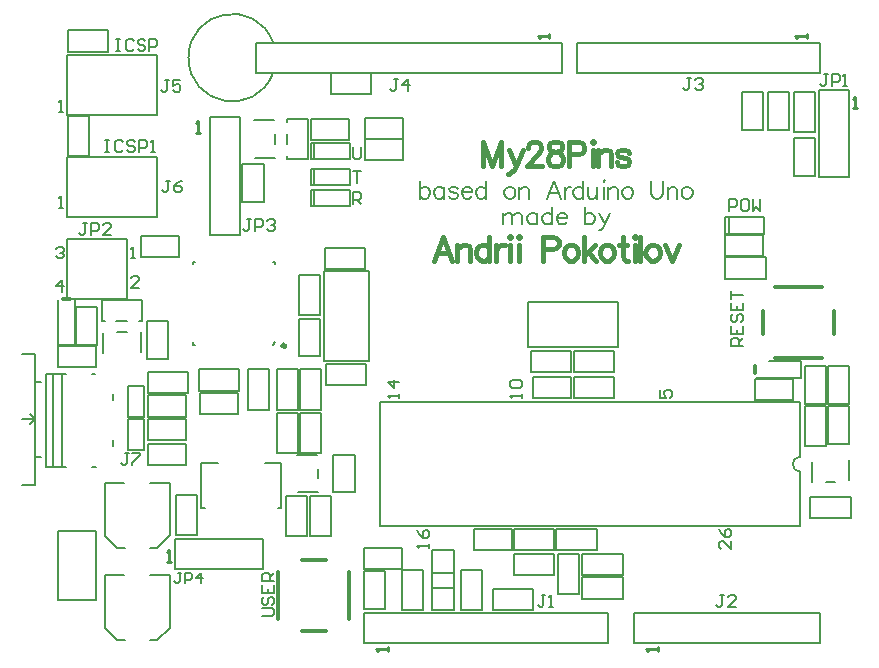
<source format=gto>
G04*
G04 #@! TF.GenerationSoftware,Altium Limited,Altium Designer,20.0.2 (26)*
G04*
G04 Layer_Color=65535*
%FSLAX44Y44*%
%MOMM*%
G71*
G01*
G75*
%ADD10C,0.2000*%
%ADD11C,0.4000*%
%ADD12C,0.3000*%
%ADD13C,0.2540*%
D10*
X633350Y170182D02*
G03*
X633350Y157482I0J-6350D01*
G01*
X187152Y520700D02*
G03*
X187005Y494904I-34752J-12700D01*
G01*
X199250Y422000D02*
Y424750D01*
Y434500D02*
Y443500D01*
Y453500D02*
Y456000D01*
X200000D01*
X73250Y285000D02*
X76000D01*
X54250D02*
X63500D01*
X42000D02*
X44750D01*
X76000D02*
Y303000D01*
X44500Y147750D02*
X61000D01*
X44500Y103000D02*
Y147500D01*
X99500Y103500D02*
Y147500D01*
X83000Y147750D02*
X99500D01*
X44500Y103000D02*
X54750Y92750D01*
X61250D01*
X88750D02*
X99500Y103500D01*
X88500Y92750D02*
X88750D01*
X82750D02*
X88500D01*
X82750Y14750D02*
X88500D01*
X88750D01*
X99500Y25500D01*
X54750Y14750D02*
X61250D01*
X44500Y25000D02*
X54750Y14750D01*
X83000Y69750D02*
X99500D01*
Y25500D02*
Y69500D01*
X44500Y25000D02*
Y69500D01*
Y69750D02*
X61000D01*
X104200Y75300D02*
Y100700D01*
X178200D01*
Y75300D02*
Y100700D01*
X104200Y75300D02*
X178200D01*
X-14430Y146000D02*
Y257000D01*
X-25430D02*
X-14430D01*
X-18430Y198000D02*
X-14430Y202000D01*
X-18430Y206000D02*
X-14430Y202000D01*
X-25430D02*
X-14430D01*
Y170000D02*
X-9430D01*
X-14430Y233000D02*
X-9430D01*
X-25430Y146000D02*
X-14430D01*
X8070Y161750D02*
Y240500D01*
X570Y162000D02*
Y240000D01*
X51750Y179000D02*
Y184000D01*
X51570Y218000D02*
Y223000D01*
X-5430Y161500D02*
X11570D01*
X-5430D02*
Y240500D01*
X11320D01*
X34070Y161750D02*
X36820D01*
X33820Y240500D02*
X36570D01*
X12700Y510540D02*
X88800D01*
Y459740D02*
Y510540D01*
X12700Y459740D02*
X88800D01*
X12700D02*
Y510540D01*
Y424180D02*
X88800D01*
Y373380D02*
Y424180D01*
X12700Y373380D02*
X88800D01*
X12700D02*
Y424180D01*
Y303900D02*
X63500D01*
X12700D02*
Y354700D01*
X63500D01*
Y303900D02*
Y354700D01*
X133300Y358000D02*
Y458000D01*
Y358000D02*
X158700D01*
Y458000D01*
X133300D02*
X158700D01*
X431800Y495300D02*
Y520700D01*
X172720Y495300D02*
X431800D01*
X172720D02*
Y520700D01*
X431800D01*
X649300Y481000D02*
X674700D01*
Y407000D02*
Y481000D01*
X649300Y407000D02*
X674700D01*
X649300D02*
Y481000D01*
X444000Y520700D02*
X650240D01*
X444000Y495300D02*
Y520700D01*
Y495300D02*
X650240D01*
Y520700D01*
X492760Y12700D02*
Y38100D01*
X650000D01*
Y12700D02*
Y38100D01*
X492760Y12700D02*
X650000D01*
X264160D02*
X470400D01*
Y38100D01*
X264160D02*
X470400D01*
X264160Y12700D02*
Y38100D01*
X633350Y170182D02*
Y216832D01*
Y111832D02*
Y157482D01*
X277550Y111832D02*
X633350D01*
X277550D02*
Y216832D01*
X633350D01*
X78000Y176000D02*
Y202000D01*
X64000D02*
X78000D01*
X64000Y176000D02*
Y202000D01*
Y176000D02*
X78000D01*
X64000Y204000D02*
Y230000D01*
Y204000D02*
X78000D01*
Y230000D01*
X64000D02*
X78000D01*
X322000Y40000D02*
Y72000D01*
Y40000D02*
X340000D01*
Y72000D01*
X322000D02*
X340000D01*
X322000Y59000D02*
Y91000D01*
Y59000D02*
X340000D01*
Y91000D01*
X322000D02*
X340000D01*
X125000Y206000D02*
X157000D01*
Y224000D01*
X125000D02*
X157000D01*
X125000Y206000D02*
Y224000D01*
X264000Y93000D02*
X296000D01*
X264000Y75000D02*
Y93000D01*
Y75000D02*
X296000D01*
Y93000D01*
X637000Y215000D02*
Y247000D01*
Y215000D02*
X655000D01*
Y247000D01*
X637000D02*
X655000D01*
X5000Y246000D02*
X37000D01*
Y264000D01*
X5000D02*
X37000D01*
X5000Y246000D02*
Y264000D01*
X256000Y140000D02*
Y172000D01*
X238000D02*
X256000D01*
X238000Y140000D02*
Y172000D01*
Y140000D02*
X256000D01*
X264000Y41000D02*
Y73000D01*
Y41000D02*
X282000D01*
Y73000D01*
X264000D02*
X282000D01*
X657000Y215000D02*
Y247000D01*
Y215000D02*
X675000D01*
Y247000D01*
X657000D02*
X675000D01*
X38000Y265000D02*
Y297000D01*
X20000D02*
X38000D01*
X20000Y265000D02*
Y297000D01*
Y265000D02*
X38000D01*
X675000Y181000D02*
Y213000D01*
X657000D02*
X675000D01*
X657000Y181000D02*
Y213000D01*
Y181000D02*
X675000D01*
X570000Y340000D02*
X602000D01*
Y358000D01*
X570000D02*
X602000D01*
X570000Y340000D02*
Y358000D01*
X407000Y238000D02*
X439000D01*
X407000Y220000D02*
Y238000D01*
Y220000D02*
X439000D01*
Y238000D01*
X219000Y438000D02*
X251000D01*
Y456000D01*
X219000D02*
X251000D01*
X219000Y438000D02*
Y456000D01*
X595000Y218000D02*
X627000D01*
Y236000D01*
X595000D02*
X627000D01*
X595000Y218000D02*
Y236000D01*
X357000Y109000D02*
X389000D01*
X357000Y91000D02*
Y109000D01*
Y91000D02*
X389000D01*
Y109000D01*
X646000Y408000D02*
Y440000D01*
X628000D02*
X646000D01*
X628000Y408000D02*
Y440000D01*
Y408000D02*
X646000D01*
X602000Y447000D02*
Y479000D01*
X584000D02*
X602000D01*
X584000Y447000D02*
Y479000D01*
Y447000D02*
X602000D01*
X624000D02*
Y479000D01*
X606000D02*
X624000D01*
X606000Y447000D02*
Y479000D01*
Y447000D02*
X624000D01*
X227000Y255000D02*
Y287000D01*
X209000D02*
X227000D01*
X209000Y255000D02*
Y287000D01*
Y255000D02*
X227000D01*
X81000Y163000D02*
X113000D01*
Y181000D01*
X81000D02*
X113000D01*
X81000Y163000D02*
Y181000D01*
Y184000D02*
X113000D01*
Y202000D01*
X81000D02*
X113000D01*
X81000Y184000D02*
Y202000D01*
Y204000D02*
X113000D01*
Y222000D01*
X81000D02*
X113000D01*
X81000Y204000D02*
Y222000D01*
X75000Y357000D02*
X107000D01*
X75000Y339000D02*
Y357000D01*
Y339000D02*
X107000D01*
Y357000D01*
X80000Y253000D02*
Y285000D01*
Y253000D02*
X98000D01*
Y285000D01*
X80000D02*
X98000D01*
X265000Y439000D02*
X297000D01*
X265000Y421000D02*
Y439000D01*
Y421000D02*
X297000D01*
Y439000D01*
X265000Y457000D02*
X297000D01*
X265000Y439000D02*
Y457000D01*
Y439000D02*
X297000D01*
Y457000D01*
X179000Y386000D02*
Y418000D01*
X161000D02*
X179000D01*
X161000Y386000D02*
Y418000D01*
Y386000D02*
X179000D01*
X634000Y237000D02*
Y251000D01*
X607250D02*
X634000D01*
X596000Y237000D02*
X634000D01*
X5000Y265000D02*
X19000D01*
Y303000D01*
X5000Y265000D02*
Y303000D01*
X187000Y265000D02*
X189000Y267000D01*
X119000Y265000D02*
X121000D01*
X119000D02*
Y267000D01*
Y333000D02*
Y335000D01*
X121000D01*
X189000Y333000D02*
Y335000D01*
X187000D02*
X189000D01*
X230000Y251000D02*
X268000D01*
X230000D02*
Y327000D01*
X268000D01*
Y251000D02*
Y327000D01*
X479000Y263000D02*
Y301000D01*
X403000Y263000D02*
X479000D01*
X403000D02*
Y301000D01*
X479000D01*
X218000Y103000D02*
Y137000D01*
X236000D01*
Y103000D02*
Y137000D01*
X218000Y103000D02*
X236000D01*
X655000Y179000D02*
Y213000D01*
X637000Y179000D02*
X655000D01*
X637000D02*
Y213000D01*
X655000D01*
X81000Y242000D02*
X115000D01*
Y224000D02*
Y242000D01*
X81000Y224000D02*
X115000D01*
X81000D02*
Y242000D01*
X42000Y303000D02*
X76000D01*
X42000Y285000D02*
Y303000D01*
X210000Y173000D02*
Y207000D01*
X228000D01*
Y173000D02*
Y207000D01*
X210000Y173000D02*
X228000D01*
X642000Y136000D02*
X676000D01*
Y118000D02*
Y136000D01*
X642000Y118000D02*
X676000D01*
X642000D02*
Y136000D01*
X442000Y260000D02*
X476000D01*
Y242000D02*
Y260000D01*
X442000Y242000D02*
X476000D01*
X442000D02*
Y260000D01*
X217000Y422000D02*
Y456000D01*
X200000Y422000D02*
X217000D01*
X200000Y456000D02*
X217000D01*
X405000Y242000D02*
X439000D01*
X405000D02*
Y260000D01*
X439000D01*
Y242000D02*
Y260000D01*
X427000Y91000D02*
X461000D01*
X427000D02*
Y109000D01*
X461000D01*
Y91000D02*
Y109000D01*
X391000Y91000D02*
X425000D01*
X391000D02*
Y109000D01*
X425000D01*
Y91000D02*
Y109000D01*
X442000Y220000D02*
X476000D01*
X442000D02*
Y238000D01*
X476000D01*
Y220000D02*
Y238000D01*
X13000Y531000D02*
X47000D01*
Y513000D02*
Y531000D01*
X13000Y513000D02*
X47000D01*
X13000D02*
Y531000D01*
X346000Y40000D02*
Y74000D01*
X364000D01*
Y40000D02*
Y74000D01*
X346000Y40000D02*
X364000D01*
X296000D02*
Y74000D01*
X314000D01*
Y40000D02*
Y74000D01*
X296000Y40000D02*
X314000D01*
X373000Y58000D02*
X407000D01*
Y40000D02*
Y58000D01*
X373000Y40000D02*
X407000D01*
X373000D02*
Y58000D01*
X646000Y445000D02*
Y479000D01*
X628000Y445000D02*
X646000D01*
X628000D02*
Y479000D01*
X646000D01*
X232000Y249000D02*
X266000D01*
Y231000D02*
Y249000D01*
X232000Y231000D02*
X266000D01*
X232000D02*
Y249000D01*
X231000Y347000D02*
X265000D01*
Y329000D02*
Y347000D01*
X231000Y329000D02*
X265000D01*
X231000D02*
Y347000D01*
X13000Y425000D02*
Y459000D01*
X31000D01*
Y425000D02*
Y459000D01*
X13000Y425000D02*
X31000D01*
X124000Y226000D02*
X158000D01*
X124000D02*
Y244000D01*
X158000D01*
Y226000D02*
Y244000D01*
X184000Y210000D02*
Y244000D01*
X166000Y210000D02*
X184000D01*
X166000D02*
Y244000D01*
X184000D01*
X209000Y290000D02*
Y324000D01*
X227000D01*
Y290000D02*
Y324000D01*
X209000Y290000D02*
X227000D01*
X208000Y210000D02*
Y244000D01*
X190000Y210000D02*
X208000D01*
X190000D02*
Y244000D01*
X208000D01*
X222000Y382000D02*
X252000D01*
Y396000D01*
X222000D02*
X252000D01*
X222000Y382000D02*
Y396000D01*
X219000Y382000D02*
Y396000D01*
X222000D01*
X219000Y382000D02*
X222000D01*
Y400000D02*
X252000D01*
Y414000D01*
X222000D02*
X252000D01*
X222000Y400000D02*
Y414000D01*
X219000Y400000D02*
Y414000D01*
X222000D01*
X219000Y400000D02*
X222000D01*
Y422000D02*
X252000D01*
Y436000D01*
X222000D02*
X252000D01*
X222000Y422000D02*
Y436000D01*
X219000Y422000D02*
Y436000D01*
X222000D01*
X219000Y422000D02*
X222000D01*
X573000Y359000D02*
X603000D01*
Y373000D01*
X573000D02*
X603000D01*
X573000Y359000D02*
Y373000D01*
X570000Y359000D02*
Y373000D01*
X573000D01*
X570000Y359000D02*
X573000D01*
X570000Y321000D02*
Y339000D01*
Y321000D02*
X604000D01*
Y339000D01*
X570000D02*
X604000D01*
X425000Y70000D02*
Y88000D01*
X391000D02*
X425000D01*
X391000Y70000D02*
Y88000D01*
Y70000D02*
X425000D01*
X236000Y477000D02*
Y495000D01*
Y477000D02*
X270000D01*
Y495000D01*
X236000D02*
X270000D01*
X483000Y70000D02*
Y88000D01*
X449000D02*
X483000D01*
X449000Y70000D02*
Y88000D01*
Y70000D02*
X483000D01*
X198000Y103000D02*
X216000D01*
Y137000D01*
X198000D02*
X216000D01*
X198000Y103000D02*
Y137000D01*
X105000Y104000D02*
X123000D01*
Y138000D01*
X105000D02*
X123000D01*
X105000Y104000D02*
Y138000D01*
X210000Y210000D02*
X228000D01*
Y244000D01*
X210000D02*
X228000D01*
X210000Y210000D02*
Y244000D01*
X5000Y49000D02*
Y107000D01*
Y49000D02*
X37000D01*
Y107000D01*
X5000D02*
X37000D01*
X428000Y88000D02*
X446000D01*
X428000Y54000D02*
Y88000D01*
Y54000D02*
X446000D01*
Y88000D01*
X483000Y50000D02*
Y68000D01*
X449000D02*
X483000D01*
X449000Y50000D02*
Y68000D01*
Y50000D02*
X483000D01*
X190000Y207000D02*
X208000D01*
X190000Y173000D02*
Y207000D01*
Y173000D02*
X208000D01*
Y207000D01*
X207000Y172000D02*
X224000D01*
X208000Y140000D02*
X225000D01*
Y152000D02*
Y160000D01*
X675000Y150000D02*
Y167000D01*
X643000Y149000D02*
Y166000D01*
X655000Y149000D02*
X663000D01*
X43000Y258000D02*
Y275000D01*
X75000Y259000D02*
Y276000D01*
X55000D02*
X63000D01*
X171000Y455000D02*
X188000D01*
X172000Y423000D02*
X189000D01*
Y435000D02*
Y443000D01*
X126000Y165000D02*
X140000D01*
X180000D02*
X194000D01*
X191000Y127000D02*
X194000D01*
X126000D02*
X129000D01*
X194000D02*
Y165000D01*
X126000Y127000D02*
Y165000D01*
X573000Y378250D02*
Y388247D01*
X577998D01*
X579664Y386581D01*
Y383248D01*
X577998Y381582D01*
X573000D01*
X587995Y388247D02*
X584663D01*
X582997Y386581D01*
Y379916D01*
X584663Y378250D01*
X587995D01*
X589661Y379916D01*
Y386581D01*
X587995Y388247D01*
X592994D02*
Y378250D01*
X596326Y381582D01*
X599658Y378250D01*
Y388247D01*
X381750Y376748D02*
Y366750D01*
Y373891D02*
X383892Y376034D01*
X385321Y376748D01*
X387463D01*
X388891Y376034D01*
X389605Y373891D01*
Y366750D01*
Y373891D02*
X391748Y376034D01*
X393176Y376748D01*
X395318D01*
X396747Y376034D01*
X397461Y373891D01*
Y366750D01*
X410744Y376748D02*
Y366750D01*
Y374605D02*
X409315Y376034D01*
X407887Y376748D01*
X405745D01*
X404317Y376034D01*
X402888Y374605D01*
X402174Y372463D01*
Y371035D01*
X402888Y368892D01*
X404317Y367464D01*
X405745Y366750D01*
X407887D01*
X409315Y367464D01*
X410744Y368892D01*
X423312Y381747D02*
Y366750D01*
Y374605D02*
X421884Y376034D01*
X420456Y376748D01*
X418314D01*
X416885Y376034D01*
X415457Y374605D01*
X414743Y372463D01*
Y371035D01*
X415457Y368892D01*
X416885Y367464D01*
X418314Y366750D01*
X420456D01*
X421884Y367464D01*
X423312Y368892D01*
X427312Y372463D02*
X435881D01*
Y373891D01*
X435167Y375320D01*
X434453Y376034D01*
X433025Y376748D01*
X430882D01*
X429454Y376034D01*
X428026Y374605D01*
X427312Y372463D01*
Y371035D01*
X428026Y368892D01*
X429454Y367464D01*
X430882Y366750D01*
X433025D01*
X434453Y367464D01*
X435881Y368892D01*
X450878Y381747D02*
Y366750D01*
Y374605D02*
X452306Y376034D01*
X453735Y376748D01*
X455877D01*
X457305Y376034D01*
X458733Y374605D01*
X459448Y372463D01*
Y371035D01*
X458733Y368892D01*
X457305Y367464D01*
X455877Y366750D01*
X453735D01*
X452306Y367464D01*
X450878Y368892D01*
X463375Y376748D02*
X467660Y366750D01*
X471945Y376748D02*
X467660Y366750D01*
X466232Y363893D01*
X464804Y362465D01*
X463375Y361751D01*
X462661D01*
X311444Y403747D02*
Y388750D01*
Y396605D02*
X312872Y398034D01*
X314300Y398748D01*
X316443D01*
X317871Y398034D01*
X319299Y396605D01*
X320013Y394463D01*
Y393035D01*
X319299Y390892D01*
X317871Y389464D01*
X316443Y388750D01*
X314300D01*
X312872Y389464D01*
X311444Y390892D01*
X331796Y398748D02*
Y388750D01*
Y396605D02*
X330368Y398034D01*
X328940Y398748D01*
X326797D01*
X325369Y398034D01*
X323941Y396605D01*
X323227Y394463D01*
Y393035D01*
X323941Y390892D01*
X325369Y389464D01*
X326797Y388750D01*
X328940D01*
X330368Y389464D01*
X331796Y390892D01*
X343651Y396605D02*
X342937Y398034D01*
X340794Y398748D01*
X338652D01*
X336510Y398034D01*
X335796Y396605D01*
X336510Y395177D01*
X337938Y394463D01*
X341509Y393749D01*
X342937Y393035D01*
X343651Y391606D01*
Y390892D01*
X342937Y389464D01*
X340794Y388750D01*
X338652D01*
X336510Y389464D01*
X335796Y390892D01*
X346793Y394463D02*
X355363D01*
Y395891D01*
X354649Y397320D01*
X353935Y398034D01*
X352506Y398748D01*
X350364D01*
X348936Y398034D01*
X347507Y396605D01*
X346793Y394463D01*
Y393035D01*
X347507Y390892D01*
X348936Y389464D01*
X350364Y388750D01*
X352506D01*
X353935Y389464D01*
X355363Y390892D01*
X367146Y403747D02*
Y388750D01*
Y396605D02*
X365718Y398034D01*
X364290Y398748D01*
X362147D01*
X360719Y398034D01*
X359291Y396605D01*
X358576Y394463D01*
Y393035D01*
X359291Y390892D01*
X360719Y389464D01*
X362147Y388750D01*
X364290D01*
X365718Y389464D01*
X367146Y390892D01*
X386499Y398748D02*
X385071Y398034D01*
X383643Y396605D01*
X382928Y394463D01*
Y393035D01*
X383643Y390892D01*
X385071Y389464D01*
X386499Y388750D01*
X388641D01*
X390070Y389464D01*
X391498Y390892D01*
X392212Y393035D01*
Y394463D01*
X391498Y396605D01*
X390070Y398034D01*
X388641Y398748D01*
X386499D01*
X395497D02*
Y388750D01*
Y395891D02*
X397640Y398034D01*
X399068Y398748D01*
X401210D01*
X402638Y398034D01*
X403353Y395891D01*
Y388750D01*
X430490D02*
X424776Y403747D01*
X419063Y388750D01*
X421206Y393749D02*
X428347D01*
X433989Y398748D02*
Y388750D01*
Y394463D02*
X434703Y396605D01*
X436131Y398034D01*
X437560Y398748D01*
X439702D01*
X449628Y403747D02*
Y388750D01*
Y396605D02*
X448200Y398034D01*
X446772Y398748D01*
X444629D01*
X443201Y398034D01*
X441773Y396605D01*
X441059Y394463D01*
Y393035D01*
X441773Y390892D01*
X443201Y389464D01*
X444629Y388750D01*
X446772D01*
X448200Y389464D01*
X449628Y390892D01*
X453628Y398748D02*
Y391606D01*
X454342Y389464D01*
X455770Y388750D01*
X457912D01*
X459341Y389464D01*
X461483Y391606D01*
Y398748D02*
Y388750D01*
X466839Y403747D02*
X467553Y403033D01*
X468267Y403747D01*
X467553Y404461D01*
X466839Y403747D01*
X467553Y398748D02*
Y388750D01*
X470910Y398748D02*
Y388750D01*
Y395891D02*
X473052Y398034D01*
X474480Y398748D01*
X476623D01*
X478051Y398034D01*
X478765Y395891D01*
Y388750D01*
X486263Y398748D02*
X484835Y398034D01*
X483407Y396605D01*
X482693Y394463D01*
Y393035D01*
X483407Y390892D01*
X484835Y389464D01*
X486263Y388750D01*
X488406D01*
X489834Y389464D01*
X491262Y390892D01*
X491976Y393035D01*
Y394463D01*
X491262Y396605D01*
X489834Y398034D01*
X488406Y398748D01*
X486263D01*
X507045Y403747D02*
Y393035D01*
X507759Y390892D01*
X509187Y389464D01*
X511329Y388750D01*
X512758D01*
X514900Y389464D01*
X516328Y390892D01*
X517042Y393035D01*
Y403747D01*
X521184Y398748D02*
Y388750D01*
Y395891D02*
X523327Y398034D01*
X524755Y398748D01*
X526898D01*
X528326Y398034D01*
X529040Y395891D01*
Y388750D01*
X536538Y398748D02*
X535110Y398034D01*
X533682Y396605D01*
X532968Y394463D01*
Y393035D01*
X533682Y390892D01*
X535110Y389464D01*
X536538Y388750D01*
X538681D01*
X540109Y389464D01*
X541537Y390892D01*
X542251Y393035D01*
Y394463D01*
X541537Y396605D01*
X540109Y398034D01*
X538681Y398748D01*
X536538D01*
X255000Y431997D02*
Y423666D01*
X256666Y422000D01*
X259998D01*
X261665Y423666D01*
Y431997D01*
X255000Y411997D02*
X261665D01*
X258332D01*
Y402000D01*
X255000Y384000D02*
Y393997D01*
X259998D01*
X261665Y392331D01*
Y388998D01*
X259998Y387332D01*
X255000D01*
X258332D02*
X261665Y384000D01*
X575000Y98665D02*
Y92000D01*
X568335Y98665D01*
X566669D01*
X565003Y96998D01*
Y93666D01*
X566669Y92000D01*
X565003Y108661D02*
X566669Y105329D01*
X570002Y101997D01*
X573334D01*
X575000Y103663D01*
Y106995D01*
X573334Y108661D01*
X571668D01*
X570002Y106995D01*
Y101997D01*
X319000Y93000D02*
Y96332D01*
Y94666D01*
X309003D01*
X310669Y93000D01*
X309003Y107995D02*
X310669Y104663D01*
X314002Y101331D01*
X317334D01*
X319000Y102997D01*
Y106329D01*
X317334Y107995D01*
X315668D01*
X314002Y106329D01*
Y101331D01*
X294000Y220000D02*
Y223332D01*
Y221666D01*
X284003D01*
X285669Y220000D01*
X294000Y233329D02*
X284003D01*
X289002Y228331D01*
Y234995D01*
X398000Y220000D02*
Y223332D01*
Y221666D01*
X388003D01*
X389669Y220000D01*
Y228331D02*
X388003Y229997D01*
Y233329D01*
X389669Y234995D01*
X396334D01*
X398000Y233329D01*
Y229997D01*
X396334Y228331D01*
X389669D01*
X515003Y226665D02*
Y220000D01*
X520002D01*
X518335Y223332D01*
Y224998D01*
X520002Y226665D01*
X523334D01*
X525000Y224998D01*
Y221666D01*
X523334Y220000D01*
X3000Y346331D02*
X4666Y347997D01*
X7998D01*
X9664Y346331D01*
Y344664D01*
X7998Y342998D01*
X6332D01*
X7998D01*
X9664Y341332D01*
Y339666D01*
X7998Y338000D01*
X4666D01*
X3000Y339666D01*
X7998Y310000D02*
Y319997D01*
X3000Y314998D01*
X9664D01*
X73664Y313000D02*
X67000D01*
X73664Y319664D01*
Y321331D01*
X71998Y322997D01*
X68666D01*
X67000Y321331D01*
X45000Y437997D02*
X48332D01*
X46666D01*
Y428000D01*
X45000D01*
X48332D01*
X59995Y436331D02*
X58329Y437997D01*
X54997D01*
X53331Y436331D01*
Y429666D01*
X54997Y428000D01*
X58329D01*
X59995Y429666D01*
X69992Y436331D02*
X68326Y437997D01*
X64994D01*
X63327Y436331D01*
Y434664D01*
X64994Y432998D01*
X68326D01*
X69992Y431332D01*
Y429666D01*
X68326Y428000D01*
X64994D01*
X63327Y429666D01*
X73324Y428000D02*
Y437997D01*
X78323D01*
X79989Y436331D01*
Y432998D01*
X78323Y431332D01*
X73324D01*
X83321Y428000D02*
X86653D01*
X84987D01*
Y437997D01*
X83321Y436331D01*
X54000Y523997D02*
X57332D01*
X55666D01*
Y514000D01*
X54000D01*
X57332D01*
X68995Y522331D02*
X67329Y523997D01*
X63997D01*
X62331Y522331D01*
Y515666D01*
X63997Y514000D01*
X67329D01*
X68995Y515666D01*
X78992Y522331D02*
X77326Y523997D01*
X73994D01*
X72327Y522331D01*
Y520664D01*
X73994Y518998D01*
X77326D01*
X78992Y517332D01*
Y515666D01*
X77326Y514000D01*
X73994D01*
X72327Y515666D01*
X82324Y514000D02*
Y523997D01*
X87323D01*
X88989Y522331D01*
Y518998D01*
X87323Y517332D01*
X82324D01*
X178003Y35000D02*
X186334D01*
X188000Y36666D01*
Y39998D01*
X186334Y41665D01*
X178003D01*
X179669Y51661D02*
X178003Y49995D01*
Y46663D01*
X179669Y44997D01*
X181336D01*
X183002Y46663D01*
Y49995D01*
X184668Y51661D01*
X186334D01*
X188000Y49995D01*
Y46663D01*
X186334Y44997D01*
X178003Y61658D02*
Y54994D01*
X188000D01*
Y61658D01*
X183002Y54994D02*
Y58326D01*
X188000Y64990D02*
X178003D01*
Y69989D01*
X179669Y71655D01*
X183002D01*
X184668Y69989D01*
Y64990D01*
Y68323D02*
X188000Y71655D01*
X585000Y264000D02*
X575003D01*
Y268998D01*
X576669Y270665D01*
X580002D01*
X581668Y268998D01*
Y264000D01*
Y267332D02*
X585000Y270665D01*
X575003Y280661D02*
Y273997D01*
X585000D01*
Y280661D01*
X580002Y273997D02*
Y277329D01*
X576669Y290658D02*
X575003Y288992D01*
Y285660D01*
X576669Y283994D01*
X578335D01*
X580002Y285660D01*
Y288992D01*
X581668Y290658D01*
X583334D01*
X585000Y288992D01*
Y285660D01*
X583334Y283994D01*
X575003Y300655D02*
Y293990D01*
X585000D01*
Y300655D01*
X580002Y293990D02*
Y297323D01*
X575003Y303987D02*
Y310652D01*
Y307319D01*
X585000D01*
X6000Y462000D02*
X9332D01*
X7666D01*
Y471997D01*
X6000Y470331D01*
Y381000D02*
X9332D01*
X7666D01*
Y390997D01*
X6000Y389331D01*
X67000Y338000D02*
X70332D01*
X68666D01*
Y347997D01*
X67000Y346331D01*
X540664Y490997D02*
X537332D01*
X538998D01*
Y482666D01*
X537332Y481000D01*
X535666D01*
X534000Y482666D01*
X543997Y489331D02*
X545663Y490997D01*
X548995D01*
X550661Y489331D01*
Y487664D01*
X548995Y485998D01*
X547329D01*
X548995D01*
X550661Y484332D01*
Y482666D01*
X548995Y481000D01*
X545663D01*
X543997Y482666D01*
X417664Y52997D02*
X414332D01*
X415998D01*
Y44666D01*
X414332Y43000D01*
X412666D01*
X411000Y44666D01*
X420997Y43000D02*
X424329D01*
X422663D01*
Y52997D01*
X420997Y51331D01*
X109498Y71997D02*
X106499D01*
X107999D01*
Y64500D01*
X106499Y63000D01*
X105000D01*
X103500Y64500D01*
X112497Y63000D02*
Y71997D01*
X116996D01*
X118495Y70498D01*
Y67498D01*
X116996Y65999D01*
X112497D01*
X125993Y63000D02*
Y71997D01*
X121494Y67498D01*
X127492D01*
X168664Y370997D02*
X165332D01*
X166998D01*
Y362666D01*
X165332Y361000D01*
X163666D01*
X162000Y362666D01*
X171997Y361000D02*
Y370997D01*
X176995D01*
X178661Y369331D01*
Y365998D01*
X176995Y364332D01*
X171997D01*
X181994Y369331D02*
X183660Y370997D01*
X186992D01*
X188658Y369331D01*
Y367664D01*
X186992Y365998D01*
X185326D01*
X186992D01*
X188658Y364332D01*
Y362666D01*
X186992Y361000D01*
X183660D01*
X181994Y362666D01*
X29664Y367997D02*
X26332D01*
X27998D01*
Y359666D01*
X26332Y358000D01*
X24666D01*
X23000Y359666D01*
X32997Y358000D02*
Y367997D01*
X37995D01*
X39661Y366331D01*
Y362998D01*
X37995Y361332D01*
X32997D01*
X49658Y358000D02*
X42994D01*
X49658Y364664D01*
Y366331D01*
X47992Y367997D01*
X44660D01*
X42994Y366331D01*
X656665Y493997D02*
X653332D01*
X654998D01*
Y485666D01*
X653332Y484000D01*
X651666D01*
X650000Y485666D01*
X659997Y484000D02*
Y493997D01*
X664995D01*
X666661Y492331D01*
Y488998D01*
X664995Y487332D01*
X659997D01*
X669994Y484000D02*
X673326D01*
X671660D01*
Y493997D01*
X669994Y492331D01*
X64665Y172997D02*
X61332D01*
X62998D01*
Y164666D01*
X61332Y163000D01*
X59666D01*
X58000Y164666D01*
X67997Y172997D02*
X74661D01*
Y171331D01*
X67997Y164666D01*
Y163000D01*
X99664Y403997D02*
X96332D01*
X97998D01*
Y395666D01*
X96332Y394000D01*
X94666D01*
X93000Y395666D01*
X109661Y403997D02*
X106329Y402331D01*
X102997Y398998D01*
Y395666D01*
X104663Y394000D01*
X107995D01*
X109661Y395666D01*
Y397332D01*
X107995Y398998D01*
X102997D01*
X98665Y488997D02*
X95332D01*
X96998D01*
Y480666D01*
X95332Y479000D01*
X93666D01*
X92000Y480666D01*
X108661Y488997D02*
X101997D01*
Y483998D01*
X105329Y485664D01*
X106995D01*
X108661Y483998D01*
Y480666D01*
X106995Y479000D01*
X103663D01*
X101997Y480666D01*
X292665Y489997D02*
X289332D01*
X290998D01*
Y481666D01*
X289332Y480000D01*
X287666D01*
X286000Y481666D01*
X300995Y480000D02*
Y489997D01*
X295997Y484998D01*
X302661D01*
X568665Y52997D02*
X565332D01*
X566998D01*
Y44666D01*
X565332Y43000D01*
X563666D01*
X562000Y44666D01*
X578661Y43000D02*
X571997D01*
X578661Y49665D01*
Y51331D01*
X576995Y52997D01*
X573663D01*
X571997Y51331D01*
D11*
X197000Y264000D02*
G03*
X197000Y264000I-1000J0D01*
G01*
X338438Y336250D02*
X330820Y356246D01*
X323203Y336250D01*
X326059Y342915D02*
X335581D01*
X343103Y349580D02*
Y336250D01*
Y345772D02*
X345960Y348628D01*
X347864Y349580D01*
X350721D01*
X352625Y348628D01*
X353577Y345772D01*
Y336250D01*
X370241Y356246D02*
Y336250D01*
Y346724D02*
X368336Y348628D01*
X366432Y349580D01*
X363575D01*
X361671Y348628D01*
X359767Y346724D01*
X358814Y343867D01*
Y341963D01*
X359767Y339106D01*
X361671Y337202D01*
X363575Y336250D01*
X366432D01*
X368336Y337202D01*
X370241Y339106D01*
X375573Y349580D02*
Y336250D01*
Y343867D02*
X376525Y346724D01*
X378429Y348628D01*
X380334Y349580D01*
X383190D01*
X386904Y356246D02*
X387856Y355294D01*
X388808Y356246D01*
X387856Y357198D01*
X386904Y356246D01*
X387856Y349580D02*
Y336250D01*
X394235Y356246D02*
X395188Y355294D01*
X396140Y356246D01*
X395188Y357198D01*
X394235Y356246D01*
X395188Y349580D02*
Y336250D01*
X415374Y345772D02*
X423943D01*
X426800Y346724D01*
X427752Y347676D01*
X428704Y349580D01*
Y352437D01*
X427752Y354341D01*
X426800Y355294D01*
X423943Y356246D01*
X415374D01*
Y336250D01*
X437940Y349580D02*
X436036Y348628D01*
X434132Y346724D01*
X433180Y343867D01*
Y341963D01*
X434132Y339106D01*
X436036Y337202D01*
X437940Y336250D01*
X440797D01*
X442701Y337202D01*
X444606Y339106D01*
X445558Y341963D01*
Y343867D01*
X444606Y346724D01*
X442701Y348628D01*
X440797Y349580D01*
X437940D01*
X449938Y356246D02*
Y336250D01*
X459460Y349580D02*
X449938Y340059D01*
X453746Y343867D02*
X460412Y336250D01*
X468315Y349580D02*
X466410Y348628D01*
X464506Y346724D01*
X463554Y343867D01*
Y341963D01*
X464506Y339106D01*
X466410Y337202D01*
X468315Y336250D01*
X471171D01*
X473076Y337202D01*
X474980Y339106D01*
X475932Y341963D01*
Y343867D01*
X474980Y346724D01*
X473076Y348628D01*
X471171Y349580D01*
X468315D01*
X483169Y356246D02*
Y340059D01*
X484121Y337202D01*
X486025Y336250D01*
X487930D01*
X480312Y349580D02*
X486978D01*
X492691Y356246D02*
X493643Y355294D01*
X494595Y356246D01*
X493643Y357198D01*
X492691Y356246D01*
X493643Y349580D02*
Y336250D01*
X498118Y356246D02*
Y336250D01*
X507068Y349580D02*
X505164Y348628D01*
X503260Y346724D01*
X502308Y343867D01*
Y341963D01*
X503260Y339106D01*
X505164Y337202D01*
X507068Y336250D01*
X509925D01*
X511829Y337202D01*
X513734Y339106D01*
X514686Y341963D01*
Y343867D01*
X513734Y346724D01*
X511829Y348628D01*
X509925Y349580D01*
X507068D01*
X519066D02*
X524779Y336250D01*
X530492Y349580D02*
X524779Y336250D01*
X365051Y436496D02*
Y416500D01*
Y436496D02*
X372669Y416500D01*
X380286Y436496D02*
X372669Y416500D01*
X380286Y436496D02*
Y416500D01*
X386951Y429831D02*
X392664Y416500D01*
X398377Y429831D02*
X392664Y416500D01*
X390760Y412691D01*
X388856Y410787D01*
X386951Y409835D01*
X385999D01*
X402662Y431735D02*
Y432687D01*
X403614Y434591D01*
X404566Y435544D01*
X406471Y436496D01*
X410280D01*
X412184Y435544D01*
X413136Y434591D01*
X414088Y432687D01*
Y430783D01*
X413136Y428878D01*
X411232Y426022D01*
X401710Y416500D01*
X415041D01*
X424277Y436496D02*
X421420Y435544D01*
X420468Y433639D01*
Y431735D01*
X421420Y429831D01*
X423324Y428878D01*
X427133Y427926D01*
X429990Y426974D01*
X431894Y425070D01*
X432846Y423165D01*
Y420309D01*
X431894Y418404D01*
X430942Y417452D01*
X428085Y416500D01*
X424277D01*
X421420Y417452D01*
X420468Y418404D01*
X419516Y420309D01*
Y423165D01*
X420468Y425070D01*
X422372Y426974D01*
X425229Y427926D01*
X429038Y428878D01*
X430942Y429831D01*
X431894Y431735D01*
Y433639D01*
X430942Y435544D01*
X428085Y436496D01*
X424277D01*
X437322Y426022D02*
X445891D01*
X448748Y426974D01*
X449700Y427926D01*
X450652Y429831D01*
Y432687D01*
X449700Y434591D01*
X448748Y435544D01*
X445891Y436496D01*
X437322D01*
Y416500D01*
X457032Y436496D02*
X457984Y435544D01*
X458936Y436496D01*
X457984Y437448D01*
X457032Y436496D01*
X457984Y429831D02*
Y416500D01*
X462459Y429831D02*
Y416500D01*
Y426022D02*
X465316Y428878D01*
X467220Y429831D01*
X470076D01*
X471981Y428878D01*
X472933Y426022D01*
Y416500D01*
X488644Y426974D02*
X487692Y428878D01*
X484835Y429831D01*
X481979D01*
X479122Y428878D01*
X478170Y426974D01*
X479122Y425070D01*
X481026Y424117D01*
X485787Y423165D01*
X487692Y422213D01*
X488644Y420309D01*
Y419356D01*
X487692Y417452D01*
X484835Y416500D01*
X481979D01*
X479122Y417452D01*
X478170Y419356D01*
D12*
X595000Y241000D02*
Y247000D01*
X9000Y304000D02*
X15000D01*
X251500Y32500D02*
Y72500D01*
X191500Y32500D02*
Y72500D01*
X211500Y22500D02*
X231500D01*
X211500Y82500D02*
X231500D01*
X612000Y253750D02*
X652000D01*
X612000Y313750D02*
X652000D01*
X602000Y273750D02*
Y293750D01*
X662000Y273750D02*
Y293750D01*
D13*
X97000Y81000D02*
X100332D01*
X98666D01*
Y90997D01*
X97000Y89331D01*
X122000Y444000D02*
X125332D01*
X123666D01*
Y453997D01*
X122000Y452331D01*
X421000Y525000D02*
Y528332D01*
Y526666D01*
X411003D01*
X412669Y525000D01*
X678000Y465000D02*
X681332D01*
X679666D01*
Y474997D01*
X678000Y473331D01*
X639000Y525000D02*
Y528332D01*
Y526666D01*
X629003D01*
X630669Y525000D01*
X513000Y6000D02*
Y9332D01*
Y7666D01*
X503003D01*
X504669Y6000D01*
X284000D02*
Y9332D01*
Y7666D01*
X274003D01*
X275669Y6000D01*
M02*

</source>
